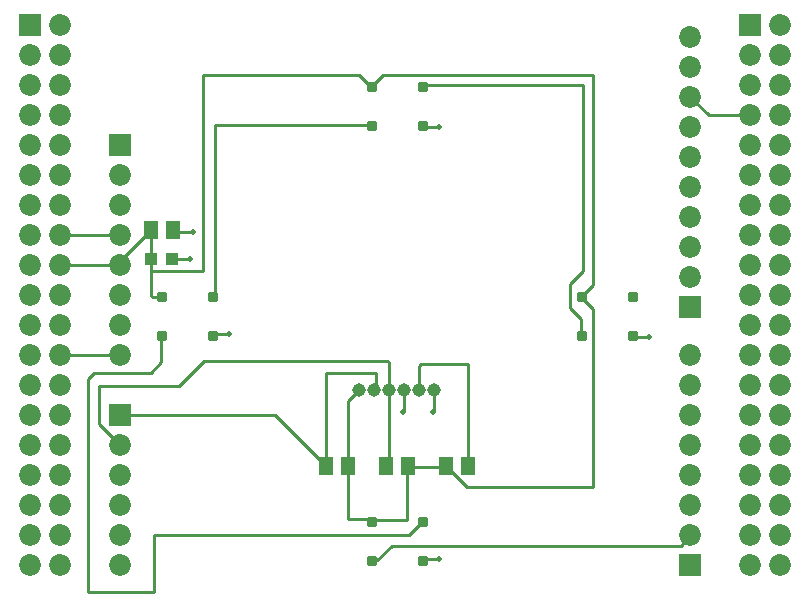
<source format=gbr>
G04 EAGLE Gerber RS-274X export*
G75*
%MOMM*%
%FSLAX34Y34*%
%LPD*%
%INTop Copper*%
%IPPOS*%
%AMOC8*
5,1,8,0,0,1.08239X$1,22.5*%
G01*
%ADD10R,1.300000X1.500000*%
%ADD11R,1.100000X1.000000*%
%ADD12C,1.140000*%
%ADD13C,0.450000*%
%ADD14R,1.850000X1.850000*%
%ADD15C,1.850000*%
%ADD16C,0.254000*%
%ADD17C,0.500000*%


D10*
X134747Y313868D03*
X153747Y313868D03*
D11*
X135112Y289433D03*
X152112Y289433D03*
D12*
X374650Y178800D03*
X361950Y178800D03*
X349250Y178800D03*
X336550Y178800D03*
X323850Y178800D03*
X311150Y178800D03*
D13*
X319150Y65050D02*
X323650Y65050D01*
X319150Y65050D02*
X319150Y69550D01*
X323650Y69550D01*
X323650Y65050D01*
X323650Y69325D02*
X319150Y69325D01*
X319150Y32050D02*
X323650Y32050D01*
X319150Y32050D02*
X319150Y36550D01*
X323650Y36550D01*
X323650Y32050D01*
X323650Y36325D02*
X319150Y36325D01*
X362150Y65050D02*
X366650Y65050D01*
X362150Y65050D02*
X362150Y69550D01*
X366650Y69550D01*
X366650Y65050D01*
X366650Y69325D02*
X362150Y69325D01*
X362150Y32050D02*
X366650Y32050D01*
X362150Y32050D02*
X362150Y36550D01*
X366650Y36550D01*
X366650Y32050D01*
X366650Y36325D02*
X362150Y36325D01*
X145850Y255550D02*
X141350Y255550D01*
X141350Y260050D01*
X145850Y260050D01*
X145850Y255550D01*
X145850Y259825D02*
X141350Y259825D01*
X141350Y222550D02*
X145850Y222550D01*
X141350Y222550D02*
X141350Y227050D01*
X145850Y227050D01*
X145850Y222550D01*
X145850Y226825D02*
X141350Y226825D01*
X184350Y255550D02*
X188850Y255550D01*
X184350Y255550D02*
X184350Y260050D01*
X188850Y260050D01*
X188850Y255550D01*
X188850Y259825D02*
X184350Y259825D01*
X184350Y222550D02*
X188850Y222550D01*
X184350Y222550D02*
X184350Y227050D01*
X188850Y227050D01*
X188850Y222550D01*
X188850Y226825D02*
X184350Y226825D01*
X319150Y433350D02*
X323650Y433350D01*
X319150Y433350D02*
X319150Y437850D01*
X323650Y437850D01*
X323650Y433350D01*
X323650Y437625D02*
X319150Y437625D01*
X319150Y400350D02*
X323650Y400350D01*
X319150Y400350D02*
X319150Y404850D01*
X323650Y404850D01*
X323650Y400350D01*
X323650Y404625D02*
X319150Y404625D01*
X362150Y433350D02*
X366650Y433350D01*
X362150Y433350D02*
X362150Y437850D01*
X366650Y437850D01*
X366650Y433350D01*
X366650Y437625D02*
X362150Y437625D01*
X362150Y400350D02*
X366650Y400350D01*
X362150Y400350D02*
X362150Y404850D01*
X366650Y404850D01*
X366650Y400350D01*
X366650Y404625D02*
X362150Y404625D01*
X496950Y255550D02*
X501450Y255550D01*
X496950Y255550D02*
X496950Y260050D01*
X501450Y260050D01*
X501450Y255550D01*
X501450Y259825D02*
X496950Y259825D01*
X496950Y222550D02*
X501450Y222550D01*
X496950Y222550D02*
X496950Y227050D01*
X501450Y227050D01*
X501450Y222550D01*
X501450Y226825D02*
X496950Y226825D01*
X539950Y255550D02*
X544450Y255550D01*
X539950Y255550D02*
X539950Y260050D01*
X544450Y260050D01*
X544450Y255550D01*
X544450Y259825D02*
X539950Y259825D01*
X539950Y222550D02*
X544450Y222550D01*
X539950Y222550D02*
X539950Y227050D01*
X544450Y227050D01*
X544450Y222550D01*
X544450Y226825D02*
X539950Y226825D01*
D14*
X108700Y157400D03*
D15*
X108700Y132000D03*
X108700Y106600D03*
X108700Y81200D03*
X108700Y55800D03*
X108700Y30400D03*
D14*
X108700Y386000D03*
D15*
X108700Y360600D03*
X108700Y335200D03*
X108700Y309800D03*
X108700Y284400D03*
X108700Y259000D03*
X108700Y233600D03*
X108700Y208200D03*
D14*
X32500Y487600D03*
D15*
X57900Y487600D03*
X32500Y462200D03*
X57900Y462200D03*
X32500Y436800D03*
X57900Y436800D03*
X32500Y411400D03*
X57900Y411400D03*
X32500Y386000D03*
X57900Y386000D03*
X32500Y360600D03*
X57900Y360600D03*
X32500Y335200D03*
X57900Y335200D03*
X32500Y309800D03*
X57900Y309800D03*
X32500Y284400D03*
X57900Y284400D03*
X32500Y259000D03*
X57900Y259000D03*
X32500Y233600D03*
X57900Y233600D03*
X32500Y208200D03*
X57900Y208200D03*
X32500Y182800D03*
X57900Y182800D03*
X32500Y157400D03*
X57900Y157400D03*
X32500Y132000D03*
X57900Y132000D03*
X32500Y106600D03*
X57900Y106600D03*
X32500Y81200D03*
X57900Y81200D03*
X32500Y55800D03*
X57900Y55800D03*
X32500Y30400D03*
X57900Y30400D03*
D14*
X591300Y248840D03*
D15*
X591300Y274240D03*
X591300Y299640D03*
X591300Y325040D03*
X591300Y350440D03*
X591300Y375840D03*
X591300Y401240D03*
X591300Y426640D03*
X591300Y452040D03*
X591300Y477440D03*
X591300Y81200D03*
X591300Y106600D03*
X591300Y132000D03*
X591300Y157400D03*
X591300Y182800D03*
X591300Y208200D03*
D14*
X591300Y30400D03*
D15*
X591300Y55800D03*
D14*
X642100Y487350D03*
D15*
X667500Y487350D03*
X642100Y461950D03*
X667500Y461950D03*
X642100Y436550D03*
X667500Y436550D03*
X642100Y411150D03*
X667500Y411150D03*
X642100Y385750D03*
X667500Y385750D03*
X642100Y360350D03*
X667500Y360350D03*
X642100Y334950D03*
X667500Y334950D03*
X642100Y309550D03*
X667500Y309550D03*
X642100Y284150D03*
X667500Y284150D03*
X642100Y258750D03*
X667500Y258750D03*
X642100Y233350D03*
X667500Y233350D03*
X642100Y207950D03*
X667500Y207950D03*
X642100Y182550D03*
X667500Y182550D03*
X642100Y157150D03*
X667500Y157150D03*
X642100Y131750D03*
X667500Y131750D03*
X642100Y106350D03*
X667500Y106350D03*
X642100Y80950D03*
X667500Y80950D03*
X642100Y55550D03*
X667500Y55550D03*
X642100Y30150D03*
X667500Y30150D03*
D10*
X282600Y114300D03*
X301600Y114300D03*
X333400Y114300D03*
X352400Y114300D03*
X384200Y114300D03*
X403200Y114300D03*
D16*
X108700Y309800D02*
X57900Y309800D01*
X135980Y257800D02*
X143600Y257800D01*
X135980Y257800D02*
X135112Y258668D01*
X135112Y279400D01*
X135112Y289433D01*
X135112Y313503D01*
X134747Y313868D01*
X108700Y287821D01*
X108700Y284400D01*
X301600Y114300D02*
X301600Y69100D01*
X321400Y67300D02*
X322680Y68580D01*
X351880Y68580D01*
X321400Y67300D02*
X319600Y69100D01*
X301600Y69100D01*
X383260Y113360D02*
X384200Y114300D01*
X383260Y113360D02*
X353340Y113360D01*
X351880Y113360D01*
X352400Y114300D02*
X353340Y113360D01*
X499200Y257800D02*
X509360Y247640D01*
X509360Y96520D01*
X401980Y96520D02*
X384200Y114300D01*
X401980Y96520D02*
X509360Y96520D01*
X321400Y435600D02*
X331560Y445760D01*
X509360Y445760D01*
X509360Y267960D01*
X499200Y257800D01*
X321400Y435600D02*
X311240Y445760D01*
X179160Y445760D01*
X179160Y279434D01*
X179126Y279400D01*
X135112Y279400D01*
X301600Y169250D02*
X301600Y114300D01*
X301600Y169250D02*
X311150Y178800D01*
X351880Y113360D02*
X351880Y68580D01*
X108700Y284400D02*
X57900Y284400D01*
X57900Y208200D02*
X108700Y208200D01*
X606790Y411150D02*
X642100Y411150D01*
X606790Y411150D02*
X591300Y426640D01*
X364400Y67300D02*
X352980Y55880D01*
X137160Y55880D01*
X137160Y7620D01*
X81280Y7620D01*
X81280Y187960D01*
X86360Y193040D01*
X134620Y193040D01*
X143600Y202020D01*
X143600Y224800D01*
X189140Y260340D02*
X189140Y402600D01*
X189140Y260340D02*
X186600Y257800D01*
X189140Y402600D02*
X321400Y402600D01*
X499200Y238547D02*
X499200Y224800D01*
X499200Y238547D02*
X489366Y248381D01*
X489366Y268386D01*
X500380Y279400D01*
X500380Y436880D01*
X365680Y436880D01*
X364400Y435600D01*
X155194Y312420D02*
X153747Y313868D01*
X155194Y312420D02*
X170180Y312420D01*
D17*
X170180Y312420D03*
D16*
X167513Y289433D02*
X152112Y289433D01*
X167513Y289433D02*
X167640Y289560D01*
D17*
X167640Y289560D03*
D16*
X187860Y226060D02*
X186600Y224800D01*
X187860Y226060D02*
X200660Y226060D01*
D17*
X200660Y226060D03*
D16*
X365660Y35560D02*
X364400Y34300D01*
X365660Y35560D02*
X378460Y35560D01*
D17*
X378460Y35560D03*
D16*
X543480Y223520D02*
X542200Y224800D01*
X543480Y223520D02*
X556260Y223520D01*
D17*
X556260Y223520D03*
D16*
X365680Y401320D02*
X364400Y402600D01*
X365680Y401320D02*
X378460Y401320D01*
D17*
X378460Y401320D03*
D16*
X374650Y178800D02*
X374650Y161290D01*
X373380Y160020D01*
D17*
X373380Y160020D03*
D16*
X349250Y161290D02*
X349250Y178800D01*
X349250Y161290D02*
X347980Y160020D01*
D17*
X347980Y160020D03*
D16*
X239500Y157400D02*
X108700Y157400D01*
X239500Y157400D02*
X282600Y114300D01*
X282600Y193040D01*
X325120Y193040D01*
X325120Y180070D01*
X323850Y178800D01*
X336550Y117450D02*
X333400Y114300D01*
X336550Y117450D02*
X336550Y178800D01*
X336550Y201930D01*
X335280Y203200D01*
X179900Y203200D01*
X158530Y181830D01*
X90920Y181830D01*
X90920Y149780D01*
X108700Y132000D01*
X403200Y114300D02*
X403200Y200660D01*
X363220Y200660D01*
X361950Y199390D02*
X361950Y178800D01*
X361950Y199390D02*
X363220Y200660D01*
X326480Y34300D02*
X321400Y34300D01*
X326480Y34300D02*
X338916Y46736D01*
X583263Y46736D01*
X591300Y54773D02*
X591300Y55800D01*
X591300Y54773D02*
X583263Y46736D01*
M02*

</source>
